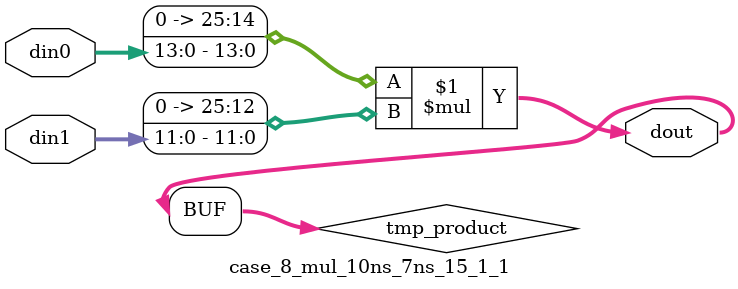
<source format=v>

`timescale 1 ns / 1 ps

 (* use_dsp = "no" *)  module case_8_mul_10ns_7ns_15_1_1(din0, din1, dout);
parameter ID = 1;
parameter NUM_STAGE = 0;
parameter din0_WIDTH = 14;
parameter din1_WIDTH = 12;
parameter dout_WIDTH = 26;

input [din0_WIDTH - 1 : 0] din0; 
input [din1_WIDTH - 1 : 0] din1; 
output [dout_WIDTH - 1 : 0] dout;

wire signed [dout_WIDTH - 1 : 0] tmp_product;
























assign tmp_product = $signed({1'b0, din0}) * $signed({1'b0, din1});











assign dout = tmp_product;





















endmodule

</source>
